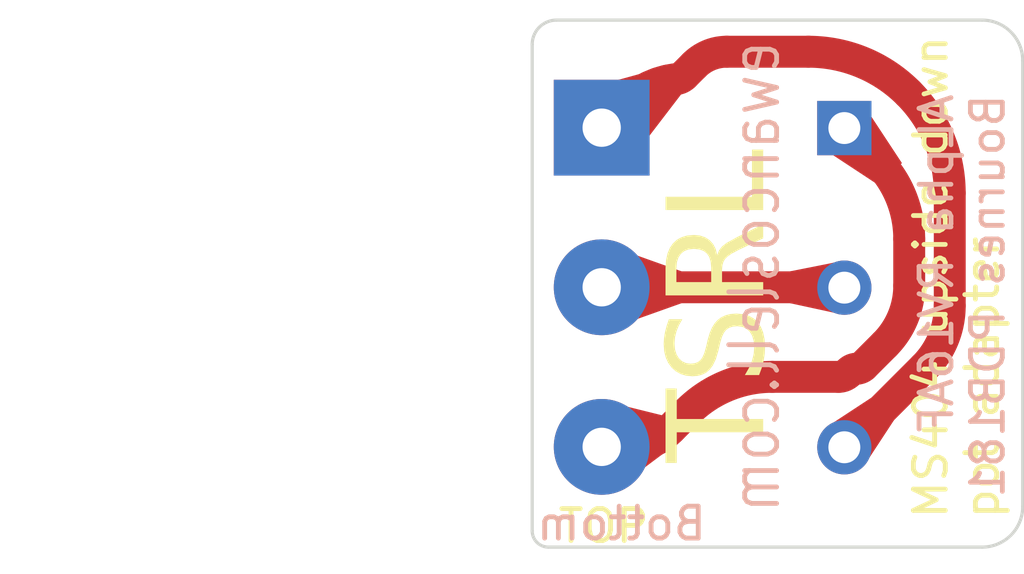
<source format=kicad_pcb>
(kicad_pcb (version 20221018) (generator pcbnew)
  (layers (0 "F.Cu" signal) (31 "B.Cu" signal) (34 "B.Paste" user) (35 "F.Paste" user) (36 "B.SilkS" user "B.Silkscreen") (37 "F.SilkS" user "F.Silkscreen") (38 "B.Mask" user) (39 "F.Mask" user) (44 "Edge.Cuts" user))
  (net 0 "")
  (net 1 "Net-(J1-Pin_1)")
  (net 2 "Net-(J1-Pin_2)")
  (net 3 "Net-(J1-Pin_3)")
  (footprint "Connector_PinHeader_2.54mm:PinHeader_1x03_P2.54mm_Vertical" (layer "F.Cu") (at 104.902 70.612)
    (fp_text reference "J1" hide)
    (fp_text value "Conn_01x03_Pin" hide)
    (pad "1" thru_hole rect (at 0 -5) (size 1.7 1.7) (drill 1) (layers "*.Cu" "*.Mask") (net 1 "Net-(J1-Pin_1)"))
    (pad "2" thru_hole oval (at 0 0) (size 1.7 1.7) (drill 1) (layers "*.Cu" "*.Mask") (net 2 "Net-(J1-Pin_2)"))
    (pad "3" thru_hole oval (at 0 5) (size 1.7 1.7) (drill 1) (layers "*.Cu" "*.Mask") (net 3 "Net-(J1-Pin_3)"))
  )
  (footprint "Potentiometer_THT:Potentiometer_Alps_RK163_Single_Horizontal" (layer "F.Cu") (at 97.3 65.6)
    (fp_text reference "RV1" hide)
    (fp_text value "R_Potentiometer" hide)
    (pad "1" thru_hole rect (at 0 0 180) (size 3 3) (drill 1.2) (layers "*.Cu" "*.Mask") (net 3 "Net-(J1-Pin_3)"))
    (pad "2" thru_hole circle (at 0 5 180) (size 3 3) (drill 1.2) (layers "*.Cu" "*.Mask") (net 2 "Net-(J1-Pin_2)"))
    (pad "3" thru_hole circle (at 0 10 180) (size 3 3) (drill 1.2) (layers "*.Cu" "*.Mask") (net 1 "Net-(J1-Pin_1)"))
  )
  (gr_arc (start 95.631 78.74) (mid 95.27179 78.59121) (end 95.123 78.232) (stroke (width 0.1)) (layer "Edge.Cuts"))
  (gr_arc (start 95.123 62.992) (mid 95.346185 62.453185) (end 95.885 62.23) (stroke (width 0.1)) (layer "Edge.Cuts"))
  (gr_line (start 95.631 78.74) (end 109.22 78.74) (stroke (width 0.1)) (layer "Edge.Cuts"))
  (gr_arc (start 110.49 77.47) (mid 110.118026 78.368026) (end 109.22 78.74) (stroke (width 0.1)) (layer "Edge.Cuts"))
  (gr_line (start 95.123 62.992) (end 95.123 78.232) (stroke (width 0.1)) (layer "Edge.Cuts"))
  (gr_line (start 109.22 62.23) (end 95.885 62.23) (stroke (width 0.1)) (layer "Edge.Cuts"))
  (gr_line (start 110.49 77.47) (end 110.49 63.5) (stroke (width 0.1)) (layer "Edge.Cuts"))
  (gr_arc (start 109.22 62.23) (mid 110.118026 62.601974) (end 110.49 63.5) (stroke (width 0.1)) (layer "Edge.Cuts"))
  (gr_text "ewancoslell.com" (at 102.9716 62.8142 90) (layer "B.SilkS") (effects (font (size 1.5 1.2)) (justify left bottom mirror)))
  (gr_text "ALpha RV16AF\nBournes PDB181" (at 109.982 64.4652 90) (layer "B.SilkS") (effects (font (size 1 1)) (justify left bottom mirror)))
  (gr_text "Bottom" (at 100.6602 78.5876) (layer "B.SilkS") (effects (font (size 1 1)) (justify left bottom mirror)))
  (gr_text "MS404 upside down\npot adapter" (at 109.8042 77.9272 90) (layer "F.SilkS") (effects (font (size 1 1)) (justify left bottom)))
  (gr_text "TSRL" (at 102.87 76.2 90) (layer "F.SilkS") (effects (font (size 3 3)) (justify left bottom)))
  (gr_text "TOP" (at 95.8596 78.6638) (layer "F.SilkS") (effects (font (size 1 1)) (justify left bottom)))
  (segment (start 106.172 72.39) (end 105.499802 73.062197) (width 1) (layer "F.Cu") (net 1))
  (segment (start 105.066197 73.241802) (end 105.028999 73.278999) (width 1) (layer "F.Cu") (net 1))
  (segment (start 99.462978 75.035021) (end 99.994999 74.502999) (width 1) (layer "F.Cu") (net 1))
  (segment (start 98.099 75.6) (end 97.3 75.6) (width 1) (layer "F.Cu") (net 1))
  (segment (start 104.722394 73.406) (end 102.643392 73.406) (width 1) (layer "F.Cu") (net 1))
  (segment (start 105.918 66.628) (end 104.902 65.612) (width 1) (layer "F.Cu") (net 1))
  (segment (start 106.934 70.550369) (end 106.934 69.08084) (width 1) (layer "F.Cu") (net 1))
  (arc (start 105.283 73.152) (mid 105.400332 73.12866) (end 105.499802 73.062197) (width 1) (layer "F.Cu") (net 1))
  (arc (start 105.918 66.628) (mid 106.66995 67.753372) (end 106.934 69.08084) (width 1) (layer "F.Cu") (net 1))
  (arc (start 99.462978 75.035021) (mid 98.837179 75.453166) (end 98.099 75.6) (width 1) (layer "F.Cu") (net 1))
  (arc (start 106.172 72.39) (mid 106.735962 71.54597) (end 106.934 70.550369) (width 1) (layer "F.Cu") (net 1))
  (arc (start 104.722394 73.406) (mid 104.888327 73.372993) (end 105.028999 73.278999) (width 1) (layer "F.Cu") (net 1))
  (arc (start 105.283 73.152) (mid 105.165667 73.175338) (end 105.066197 73.241802) (width 1) (layer "F.Cu") (net 1))
  (arc (start 102.643392 73.406) (mid 101.210092 73.6911) (end 99.994999 74.502999) (width 1) (layer "F.Cu") (net 1))
  (segment (start 104.881514 70.6) (end 97.3 70.6) (width 1) (layer "F.Cu") (net 2))
  (segment (start 104.896 70.606) (end 104.902 70.612) (width 1) (layer "F.Cu") (net 2))
  (arc (start 104.896 70.606) (mid 104.889353 70.601559) (end 104.881514 70.6) (width 1) (layer "F.Cu") (net 2))
  (segment (start 103.776789 63.2206) (end 101.217251 63.2206) (width 1) (layer "F.Cu") (net 3))
  (segment (start 98.016898 64.883101) (end 97.3 65.6) (width 1) (layer "F.Cu") (net 3))
  (segment (start 108.204 67.64781) (end 108.204 71.179969) (width 1) (layer "F.Cu") (net 3))
  (segment (start 99.882369 63.959395) (end 100.199668 63.642096) (width 1) (layer "F.Cu") (net 3))
  (segment (start 98.289524 64.636044) (end 98.231923 64.68198) (width 1) (layer "F.Cu") (net 3))
  (segment (start 107.404949 73.109049) (end 104.902 75.612) (width 1) (layer "F.Cu") (net 3))
  (arc (start 98.787042 64.323437) (mid 98.656276 64.390991) (end 98.529505 64.465771) (width 1) (layer "F.Cu") (net 3))
  (arc (start 101.217251 63.2206) (mid 100.666539 63.330143) (end 100.199668 63.642096) (width 1) (layer "F.Cu") (net 3))
  (arc (start 99.058895 64.210833) (mid 98.921388 64.263321) (end 98.787042 64.323437) (width 1) (layer "F.Cu") (net 3))
  (arc (start 98.121658 64.77946) (mid 98.069139 64.83114) (end 98.016898 64.883101) (width 1) (layer "F.Cu") (net 3))
  (arc (start 99.63174 64.08009) (mid 99.486002 64.100663) (end 99.341647 64.129376) (width 1) (layer "F.Cu") (net 3))
  (arc (start 108.204 71.179969) (mid 107.996333 72.22398) (end 107.404949 73.109049) (width 1) (layer "F.Cu") (net 3))
  (arc (start 99.341647 64.129376) (mid 99.199128 64.166137) (end 99.058895 64.210833) (width 1) (layer "F.Cu") (net 3))
  (arc (start 106.9073 64.5173) (mid 107.866998 65.95359) (end 108.204 67.64781) (width 1) (layer "F.Cu") (net 3))
  (arc (start 98.231923 64.68198) (mid 98.175554 64.729321) (end 98.121658 64.77946) (width 1) (layer "F.Cu") (net 3))
  (arc (start 99.882369 63.959395) (mid 99.767308 64.041034) (end 99.63174 64.08009) (width 1) (layer "F.Cu") (net 3))
  (arc (start 98.529505 64.465771) (mid 98.407126 64.547541) (end 98.289524 64.636044) (width 1) (layer "F.Cu") (net 3))
  (arc (start 106.9073 64.5173) (mid 105.471009 63.557601) (end 103.776789 63.2206) (width 1) (layer "F.Cu") (net 3))
)
</source>
